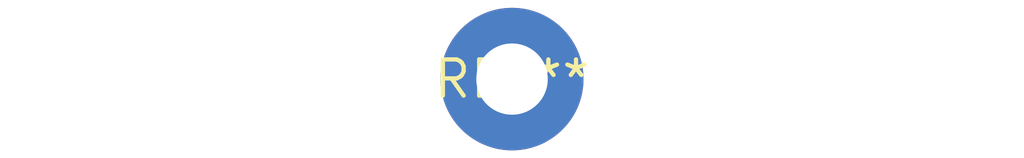
<source format=kicad_pcb>
(kicad_pcb (version 20240108) (generator pcbnew)
  (layers (0 "F.Cu" signal) (31 "B.Cu" signal) (34 "B.Paste" user) (35 "F.Paste" user) (36 "B.SilkS" user "B.Silkscreen") (37 "F.SilkS" user "F.Silkscreen") (38 "B.Mask" user) (39 "F.Mask" user) (44 "Edge.Cuts" user))
  (net 0 "")
  (footprint "MountingHole_2.5mm_Pad_TopBottom" (layer "F.Cu") (at 0 0)
    (property "Reference" "REF**")
    (property "Value" "MountingHole_2.5mm_Pad_TopBottom")
    (pad "1" thru_hole circle (at 0 0) (size 2.9 2.9) (drill 2.5) (layers *.Cu *.Mask) (remove_unused_layers))
    (pad "1" connect circle (at 0 0) (size 5 5) (layers "F.Cu" "F.Mask"))
    (pad "1" connect circle (at 0 0) (size 5 5) (layers "B.Cu" "B.Mask"))
  )
)
</source>
